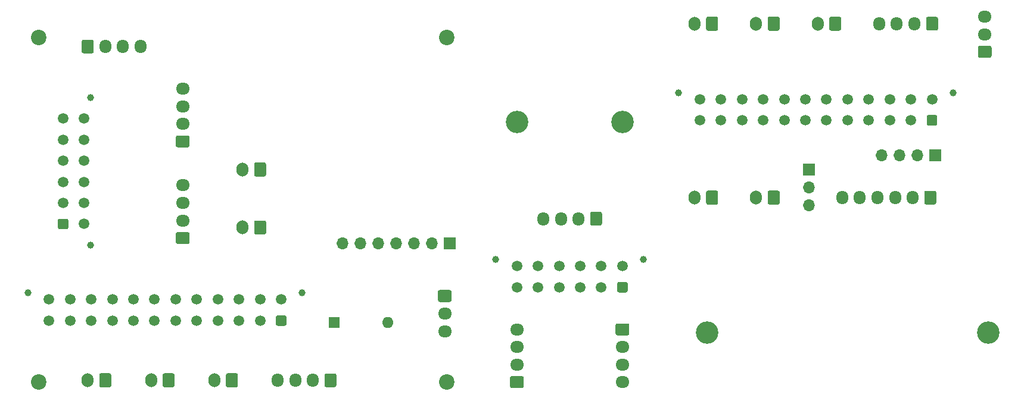
<source format=gbr>
%TF.GenerationSoftware,KiCad,Pcbnew,(5.1.9)-1*%
%TF.CreationDate,2021-02-21T18:32:43+01:00*%
%TF.ProjectId,voron2_pcb,766f726f-6e32-45f7-9063-622e6b696361,rev?*%
%TF.SameCoordinates,Original*%
%TF.FileFunction,Soldermask,Top*%
%TF.FilePolarity,Negative*%
%FSLAX46Y46*%
G04 Gerber Fmt 4.6, Leading zero omitted, Abs format (unit mm)*
G04 Created by KiCad (PCBNEW (5.1.9)-1) date 2021-02-21 18:32:43*
%MOMM*%
%LPD*%
G01*
G04 APERTURE LIST*
%ADD10O,1.950000X1.700000*%
%ADD11O,1.700000X2.000000*%
%ADD12C,1.500000*%
%ADD13C,1.000000*%
%ADD14O,1.700000X1.700000*%
%ADD15R,1.700000X1.700000*%
%ADD16O,1.700000X1.950000*%
%ADD17C,2.200000*%
%ADD18C,3.200000*%
%ADD19O,1.600000X1.600000*%
%ADD20R,1.600000X1.600000*%
G04 APERTURE END LIST*
D10*
%TO.C,J28*%
X43500000Y-44000000D03*
X43500000Y-46500000D03*
X43500000Y-49000000D03*
G36*
G01*
X44225000Y-52350000D02*
X42775000Y-52350000D01*
G75*
G02*
X42525000Y-52100000I0J250000D01*
G01*
X42525000Y-50900000D01*
G75*
G02*
X42775000Y-50650000I250000J0D01*
G01*
X44225000Y-50650000D01*
G75*
G02*
X44475000Y-50900000I0J-250000D01*
G01*
X44475000Y-52100000D01*
G75*
G02*
X44225000Y-52350000I-250000J0D01*
G01*
G37*
%TD*%
%TO.C,J27*%
X43500000Y-30250000D03*
X43500000Y-32750000D03*
X43500000Y-35250000D03*
G36*
G01*
X44225000Y-38600000D02*
X42775000Y-38600000D01*
G75*
G02*
X42525000Y-38350000I0J250000D01*
G01*
X42525000Y-37150000D01*
G75*
G02*
X42775000Y-36900000I250000J0D01*
G01*
X44225000Y-36900000D01*
G75*
G02*
X44475000Y-37150000I0J-250000D01*
G01*
X44475000Y-38350000D01*
G75*
G02*
X44225000Y-38600000I-250000J0D01*
G01*
G37*
%TD*%
D11*
%TO.C,J26*%
X52000000Y-41750000D03*
G36*
G01*
X55350000Y-41000000D02*
X55350000Y-42500000D01*
G75*
G02*
X55100000Y-42750000I-250000J0D01*
G01*
X53900000Y-42750000D01*
G75*
G02*
X53650000Y-42500000I0J250000D01*
G01*
X53650000Y-41000000D01*
G75*
G02*
X53900000Y-40750000I250000J0D01*
G01*
X55100000Y-40750000D01*
G75*
G02*
X55350000Y-41000000I0J-250000D01*
G01*
G37*
%TD*%
%TO.C,J25*%
X30000000Y-71750000D03*
G36*
G01*
X33350000Y-71000000D02*
X33350000Y-72500000D01*
G75*
G02*
X33100000Y-72750000I-250000J0D01*
G01*
X31900000Y-72750000D01*
G75*
G02*
X31650000Y-72500000I0J250000D01*
G01*
X31650000Y-71000000D01*
G75*
G02*
X31900000Y-70750000I250000J0D01*
G01*
X33100000Y-70750000D01*
G75*
G02*
X33350000Y-71000000I0J-250000D01*
G01*
G37*
%TD*%
%TO.C,J24*%
X52000000Y-50000000D03*
G36*
G01*
X55350000Y-49250000D02*
X55350000Y-50750000D01*
G75*
G02*
X55100000Y-51000000I-250000J0D01*
G01*
X53900000Y-51000000D01*
G75*
G02*
X53650000Y-50750000I0J250000D01*
G01*
X53650000Y-49250000D01*
G75*
G02*
X53900000Y-49000000I250000J0D01*
G01*
X55100000Y-49000000D01*
G75*
G02*
X55350000Y-49250000I0J-250000D01*
G01*
G37*
%TD*%
%TO.C,J23*%
X39000000Y-71750000D03*
G36*
G01*
X42350000Y-71000000D02*
X42350000Y-72500000D01*
G75*
G02*
X42100000Y-72750000I-250000J0D01*
G01*
X40900000Y-72750000D01*
G75*
G02*
X40650000Y-72500000I0J250000D01*
G01*
X40650000Y-71000000D01*
G75*
G02*
X40900000Y-70750000I250000J0D01*
G01*
X42100000Y-70750000D01*
G75*
G02*
X42350000Y-71000000I0J-250000D01*
G01*
G37*
%TD*%
D12*
%TO.C,J22*%
X29500000Y-34500000D03*
X29500000Y-37500000D03*
X29500000Y-40500000D03*
X29500000Y-43500000D03*
X29500000Y-46500000D03*
X29500000Y-49500000D03*
X26500000Y-34500000D03*
X26500000Y-37500000D03*
X26500000Y-40500000D03*
X26500000Y-43500000D03*
X26500000Y-46500000D03*
G36*
G01*
X27000000Y-50250000D02*
X26000000Y-50250000D01*
G75*
G02*
X25750000Y-50000000I0J250000D01*
G01*
X25750000Y-49000000D01*
G75*
G02*
X26000000Y-48750000I250000J0D01*
G01*
X27000000Y-48750000D01*
G75*
G02*
X27250000Y-49000000I0J-250000D01*
G01*
X27250000Y-50000000D01*
G75*
G02*
X27000000Y-50250000I-250000J0D01*
G01*
G37*
D13*
X30440000Y-31500000D03*
X30440000Y-52500000D03*
%TD*%
D11*
%TO.C,J21*%
X48000000Y-71750000D03*
G36*
G01*
X51350000Y-71000000D02*
X51350000Y-72500000D01*
G75*
G02*
X51100000Y-72750000I-250000J0D01*
G01*
X49900000Y-72750000D01*
G75*
G02*
X49650000Y-72500000I0J250000D01*
G01*
X49650000Y-71000000D01*
G75*
G02*
X49900000Y-70750000I250000J0D01*
G01*
X51100000Y-70750000D01*
G75*
G02*
X51350000Y-71000000I0J-250000D01*
G01*
G37*
%TD*%
D12*
%TO.C,J20*%
X24500000Y-60250000D03*
X27500000Y-60250000D03*
X30500000Y-60250000D03*
X33500000Y-60250000D03*
X36500000Y-60250000D03*
X39500000Y-60250000D03*
X42500000Y-60250000D03*
X45500000Y-60250000D03*
X48500000Y-60250000D03*
X51500000Y-60250000D03*
X54500000Y-60250000D03*
X57500000Y-60250000D03*
X24500000Y-63250000D03*
X27500000Y-63250000D03*
X30500000Y-63250000D03*
X33500000Y-63250000D03*
X36500000Y-63250000D03*
X39500000Y-63250000D03*
X42500000Y-63250000D03*
X45500000Y-63250000D03*
X48500000Y-63250000D03*
X51500000Y-63250000D03*
X54500000Y-63250000D03*
G36*
G01*
X58250000Y-62750000D02*
X58250000Y-63750000D01*
G75*
G02*
X58000000Y-64000000I-250000J0D01*
G01*
X57000000Y-64000000D01*
G75*
G02*
X56750000Y-63750000I0J250000D01*
G01*
X56750000Y-62750000D01*
G75*
G02*
X57000000Y-62500000I250000J0D01*
G01*
X58000000Y-62500000D01*
G75*
G02*
X58250000Y-62750000I0J-250000D01*
G01*
G37*
D13*
X21500000Y-59310000D03*
X60500000Y-59310000D03*
%TD*%
D14*
%TO.C,J19*%
X66260000Y-52250000D03*
X68800000Y-52250000D03*
X71340000Y-52250000D03*
X73880000Y-52250000D03*
X76420000Y-52250000D03*
X78960000Y-52250000D03*
D15*
X81500000Y-52250000D03*
%TD*%
D16*
%TO.C,J18*%
X57000000Y-71750000D03*
X59500000Y-71750000D03*
X62000000Y-71750000D03*
G36*
G01*
X65350000Y-71025000D02*
X65350000Y-72475000D01*
G75*
G02*
X65100000Y-72725000I-250000J0D01*
G01*
X63900000Y-72725000D01*
G75*
G02*
X63650000Y-72475000I0J250000D01*
G01*
X63650000Y-71025000D01*
G75*
G02*
X63900000Y-70775000I250000J0D01*
G01*
X65100000Y-70775000D01*
G75*
G02*
X65350000Y-71025000I0J-250000D01*
G01*
G37*
%TD*%
%TO.C,J17*%
X37500000Y-24250000D03*
X35000000Y-24250000D03*
X32500000Y-24250000D03*
G36*
G01*
X29150000Y-24975000D02*
X29150000Y-23525000D01*
G75*
G02*
X29400000Y-23275000I250000J0D01*
G01*
X30600000Y-23275000D01*
G75*
G02*
X30850000Y-23525000I0J-250000D01*
G01*
X30850000Y-24975000D01*
G75*
G02*
X30600000Y-25225000I-250000J0D01*
G01*
X29400000Y-25225000D01*
G75*
G02*
X29150000Y-24975000I0J250000D01*
G01*
G37*
%TD*%
D10*
%TO.C,J16*%
X80750000Y-64750000D03*
X80750000Y-62250000D03*
G36*
G01*
X80025000Y-58900000D02*
X81475000Y-58900000D01*
G75*
G02*
X81725000Y-59150000I0J-250000D01*
G01*
X81725000Y-60350000D01*
G75*
G02*
X81475000Y-60600000I-250000J0D01*
G01*
X80025000Y-60600000D01*
G75*
G02*
X79775000Y-60350000I0J250000D01*
G01*
X79775000Y-59150000D01*
G75*
G02*
X80025000Y-58900000I250000J0D01*
G01*
G37*
%TD*%
D14*
%TO.C,J15*%
X132500000Y-46830000D03*
X132500000Y-44290000D03*
D15*
X132500000Y-41750000D03*
%TD*%
D11*
%TO.C,J14*%
X116250000Y-45750000D03*
G36*
G01*
X119600000Y-45000000D02*
X119600000Y-46500000D01*
G75*
G02*
X119350000Y-46750000I-250000J0D01*
G01*
X118150000Y-46750000D01*
G75*
G02*
X117900000Y-46500000I0J250000D01*
G01*
X117900000Y-45000000D01*
G75*
G02*
X118150000Y-44750000I250000J0D01*
G01*
X119350000Y-44750000D01*
G75*
G02*
X119600000Y-45000000I0J-250000D01*
G01*
G37*
%TD*%
%TO.C,J13*%
X116250000Y-21000000D03*
G36*
G01*
X119600000Y-20250000D02*
X119600000Y-21750000D01*
G75*
G02*
X119350000Y-22000000I-250000J0D01*
G01*
X118150000Y-22000000D01*
G75*
G02*
X117900000Y-21750000I0J250000D01*
G01*
X117900000Y-20250000D01*
G75*
G02*
X118150000Y-20000000I250000J0D01*
G01*
X119350000Y-20000000D01*
G75*
G02*
X119600000Y-20250000I0J-250000D01*
G01*
G37*
%TD*%
D10*
%TO.C,J12*%
X106000000Y-72000000D03*
X106000000Y-69500000D03*
X106000000Y-67000000D03*
G36*
G01*
X105275000Y-63650000D02*
X106725000Y-63650000D01*
G75*
G02*
X106975000Y-63900000I0J-250000D01*
G01*
X106975000Y-65100000D01*
G75*
G02*
X106725000Y-65350000I-250000J0D01*
G01*
X105275000Y-65350000D01*
G75*
G02*
X105025000Y-65100000I0J250000D01*
G01*
X105025000Y-63900000D01*
G75*
G02*
X105275000Y-63650000I250000J0D01*
G01*
G37*
%TD*%
%TO.C,J11*%
X91000000Y-64500000D03*
X91000000Y-67000000D03*
X91000000Y-69500000D03*
G36*
G01*
X91725000Y-72850000D02*
X90275000Y-72850000D01*
G75*
G02*
X90025000Y-72600000I0J250000D01*
G01*
X90025000Y-71400000D01*
G75*
G02*
X90275000Y-71150000I250000J0D01*
G01*
X91725000Y-71150000D01*
G75*
G02*
X91975000Y-71400000I0J-250000D01*
G01*
X91975000Y-72600000D01*
G75*
G02*
X91725000Y-72850000I-250000J0D01*
G01*
G37*
%TD*%
D11*
%TO.C,J10*%
X125000000Y-45750000D03*
G36*
G01*
X128350000Y-45000000D02*
X128350000Y-46500000D01*
G75*
G02*
X128100000Y-46750000I-250000J0D01*
G01*
X126900000Y-46750000D01*
G75*
G02*
X126650000Y-46500000I0J250000D01*
G01*
X126650000Y-45000000D01*
G75*
G02*
X126900000Y-44750000I250000J0D01*
G01*
X128100000Y-44750000D01*
G75*
G02*
X128350000Y-45000000I0J-250000D01*
G01*
G37*
%TD*%
%TO.C,J9*%
X125000000Y-21000000D03*
G36*
G01*
X128350000Y-20250000D02*
X128350000Y-21750000D01*
G75*
G02*
X128100000Y-22000000I-250000J0D01*
G01*
X126900000Y-22000000D01*
G75*
G02*
X126650000Y-21750000I0J250000D01*
G01*
X126650000Y-20250000D01*
G75*
G02*
X126900000Y-20000000I250000J0D01*
G01*
X128100000Y-20000000D01*
G75*
G02*
X128350000Y-20250000I0J-250000D01*
G01*
G37*
%TD*%
%TO.C,J8*%
X133750000Y-21000000D03*
G36*
G01*
X137100000Y-20250000D02*
X137100000Y-21750000D01*
G75*
G02*
X136850000Y-22000000I-250000J0D01*
G01*
X135650000Y-22000000D01*
G75*
G02*
X135400000Y-21750000I0J250000D01*
G01*
X135400000Y-20250000D01*
G75*
G02*
X135650000Y-20000000I250000J0D01*
G01*
X136850000Y-20000000D01*
G75*
G02*
X137100000Y-20250000I0J-250000D01*
G01*
G37*
%TD*%
D12*
%TO.C,J7*%
X117000000Y-31750000D03*
X120000000Y-31750000D03*
X123000000Y-31750000D03*
X126000000Y-31750000D03*
X129000000Y-31750000D03*
X132000000Y-31750000D03*
X135000000Y-31750000D03*
X138000000Y-31750000D03*
X141000000Y-31750000D03*
X144000000Y-31750000D03*
X147000000Y-31750000D03*
X150000000Y-31750000D03*
X117000000Y-34750000D03*
X120000000Y-34750000D03*
X123000000Y-34750000D03*
X126000000Y-34750000D03*
X129000000Y-34750000D03*
X132000000Y-34750000D03*
X135000000Y-34750000D03*
X138000000Y-34750000D03*
X141000000Y-34750000D03*
X144000000Y-34750000D03*
X147000000Y-34750000D03*
G36*
G01*
X150750000Y-34250000D02*
X150750000Y-35250000D01*
G75*
G02*
X150500000Y-35500000I-250000J0D01*
G01*
X149500000Y-35500000D01*
G75*
G02*
X149250000Y-35250000I0J250000D01*
G01*
X149250000Y-34250000D01*
G75*
G02*
X149500000Y-34000000I250000J0D01*
G01*
X150500000Y-34000000D01*
G75*
G02*
X150750000Y-34250000I0J-250000D01*
G01*
G37*
D13*
X114000000Y-30810000D03*
X153000000Y-30810000D03*
%TD*%
D16*
%TO.C,J6*%
X137250000Y-45750000D03*
X139750000Y-45750000D03*
X142250000Y-45750000D03*
X144750000Y-45750000D03*
X147250000Y-45750000D03*
G36*
G01*
X150600000Y-45025000D02*
X150600000Y-46475000D01*
G75*
G02*
X150350000Y-46725000I-250000J0D01*
G01*
X149150000Y-46725000D01*
G75*
G02*
X148900000Y-46475000I0J250000D01*
G01*
X148900000Y-45025000D01*
G75*
G02*
X149150000Y-44775000I250000J0D01*
G01*
X150350000Y-44775000D01*
G75*
G02*
X150600000Y-45025000I0J-250000D01*
G01*
G37*
%TD*%
D12*
%TO.C,J5*%
X91000000Y-55500000D03*
X94000000Y-55500000D03*
X97000000Y-55500000D03*
X100000000Y-55500000D03*
X103000000Y-55500000D03*
X106000000Y-55500000D03*
X91000000Y-58500000D03*
X94000000Y-58500000D03*
X97000000Y-58500000D03*
X100000000Y-58500000D03*
X103000000Y-58500000D03*
G36*
G01*
X106750000Y-58000000D02*
X106750000Y-59000000D01*
G75*
G02*
X106500000Y-59250000I-250000J0D01*
G01*
X105500000Y-59250000D01*
G75*
G02*
X105250000Y-59000000I0J250000D01*
G01*
X105250000Y-58000000D01*
G75*
G02*
X105500000Y-57750000I250000J0D01*
G01*
X106500000Y-57750000D01*
G75*
G02*
X106750000Y-58000000I0J-250000D01*
G01*
G37*
D13*
X88000000Y-54560000D03*
X109000000Y-54560000D03*
%TD*%
D16*
%TO.C,J4*%
X142500000Y-21000000D03*
X145000000Y-21000000D03*
X147500000Y-21000000D03*
G36*
G01*
X150850000Y-20275000D02*
X150850000Y-21725000D01*
G75*
G02*
X150600000Y-21975000I-250000J0D01*
G01*
X149400000Y-21975000D01*
G75*
G02*
X149150000Y-21725000I0J250000D01*
G01*
X149150000Y-20275000D01*
G75*
G02*
X149400000Y-20025000I250000J0D01*
G01*
X150600000Y-20025000D01*
G75*
G02*
X150850000Y-20275000I0J-250000D01*
G01*
G37*
%TD*%
D10*
%TO.C,J3*%
X157500000Y-20000000D03*
X157500000Y-22500000D03*
G36*
G01*
X158225000Y-25850000D02*
X156775000Y-25850000D01*
G75*
G02*
X156525000Y-25600000I0J250000D01*
G01*
X156525000Y-24400000D01*
G75*
G02*
X156775000Y-24150000I250000J0D01*
G01*
X158225000Y-24150000D01*
G75*
G02*
X158475000Y-24400000I0J-250000D01*
G01*
X158475000Y-25600000D01*
G75*
G02*
X158225000Y-25850000I-250000J0D01*
G01*
G37*
%TD*%
D14*
%TO.C,J2*%
X142880000Y-39750000D03*
X145420000Y-39750000D03*
X147960000Y-39750000D03*
D15*
X150500000Y-39750000D03*
%TD*%
D16*
%TO.C,J1*%
X94750000Y-48750000D03*
X97250000Y-48750000D03*
X99750000Y-48750000D03*
G36*
G01*
X103100000Y-48025000D02*
X103100000Y-49475000D01*
G75*
G02*
X102850000Y-49725000I-250000J0D01*
G01*
X101650000Y-49725000D01*
G75*
G02*
X101400000Y-49475000I0J250000D01*
G01*
X101400000Y-48025000D01*
G75*
G02*
X101650000Y-47775000I250000J0D01*
G01*
X102850000Y-47775000D01*
G75*
G02*
X103100000Y-48025000I0J-250000D01*
G01*
G37*
%TD*%
D17*
%TO.C,H8*%
X81000000Y-72000000D03*
%TD*%
%TO.C,H7*%
X23000000Y-72000000D03*
%TD*%
%TO.C,H6*%
X81000000Y-23000000D03*
%TD*%
%TO.C,H5*%
X23000000Y-23000000D03*
%TD*%
D18*
%TO.C,H4*%
X158000000Y-65000000D03*
%TD*%
%TO.C,H3*%
X118000000Y-65000000D03*
%TD*%
%TO.C,H2*%
X106000000Y-35000000D03*
%TD*%
%TO.C,H1*%
X91000000Y-35000000D03*
%TD*%
D19*
%TO.C,D1*%
X72620000Y-63500000D03*
D20*
X65000000Y-63500000D03*
%TD*%
M02*

</source>
